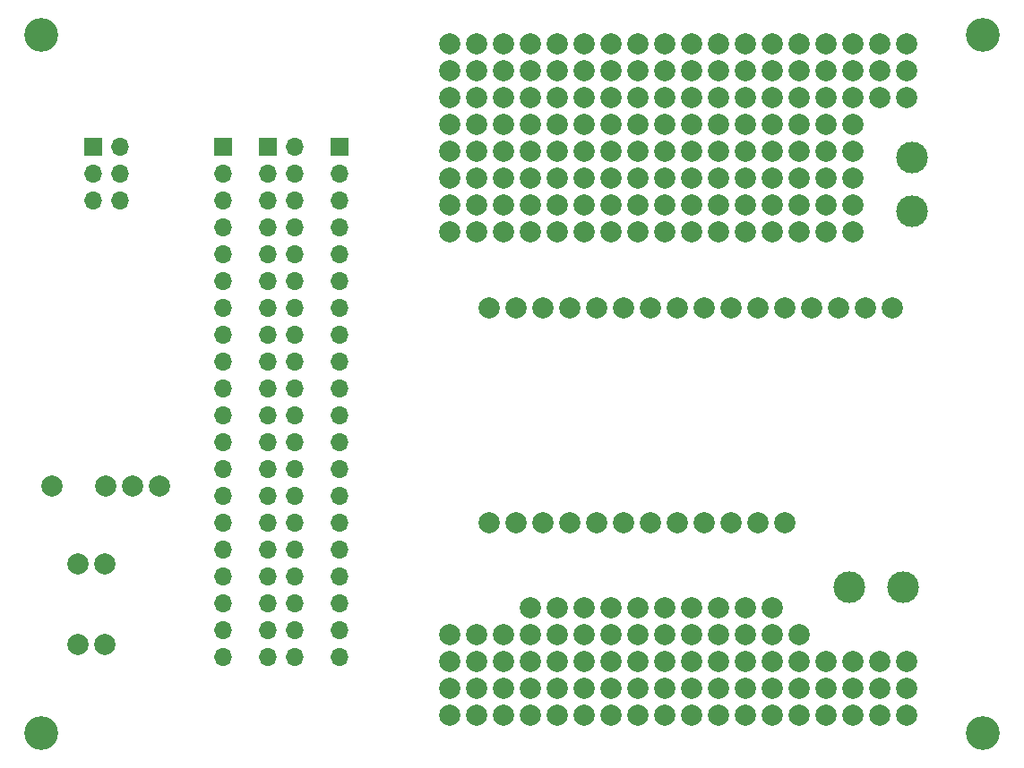
<source format=gbr>
%TF.GenerationSoftware,KiCad,Pcbnew,(6.0.10)*%
%TF.CreationDate,2023-06-02T17:33:45+09:00*%
%TF.ProjectId,extension_circuit_board,65787465-6e73-4696-9f6e-5f6369726375,rev?*%
%TF.SameCoordinates,Original*%
%TF.FileFunction,Soldermask,Top*%
%TF.FilePolarity,Negative*%
%FSLAX46Y46*%
G04 Gerber Fmt 4.6, Leading zero omitted, Abs format (unit mm)*
G04 Created by KiCad (PCBNEW (6.0.10)) date 2023-06-02 17:33:45*
%MOMM*%
%LPD*%
G01*
G04 APERTURE LIST*
%ADD10C,2.000000*%
%ADD11C,3.200000*%
%ADD12R,1.700000X1.700000*%
%ADD13O,1.700000X1.700000*%
%ADD14C,3.000000*%
G04 APERTURE END LIST*
D10*
%TO.C,*%
X203200000Y-53340000D03*
%TD*%
%TO.C,*%
X200660000Y-114300000D03*
%TD*%
%TO.C,*%
X190500000Y-106680000D03*
%TD*%
%TO.C,*%
X187960000Y-111760000D03*
%TD*%
%TO.C,*%
X172720000Y-106680000D03*
%TD*%
%TO.C,*%
X177800000Y-58420000D03*
%TD*%
%TO.C,*%
X190500000Y-109220000D03*
%TD*%
%TO.C,*%
X182880000Y-111760000D03*
%TD*%
%TO.C,*%
X182880000Y-58420000D03*
%TD*%
%TO.C,*%
X170180000Y-60960000D03*
%TD*%
%TO.C,*%
X172720000Y-63500000D03*
%TD*%
%TO.C,*%
X165100000Y-63500000D03*
%TD*%
%TO.C,*%
X198120000Y-114300000D03*
%TD*%
%TO.C,*%
X175260000Y-50800000D03*
%TD*%
%TO.C,*%
X187960000Y-60960000D03*
%TD*%
%TO.C,*%
X182880000Y-109220000D03*
%TD*%
D11*
%TO.C,REF\u002A\u002A*%
X213000000Y-50000000D03*
%TD*%
D10*
%TO.C,*%
X172720000Y-66040000D03*
%TD*%
%TO.C,*%
X180340000Y-53340000D03*
%TD*%
%TO.C,*%
X203200000Y-111760000D03*
%TD*%
%TO.C,*%
X187960000Y-104140000D03*
%TD*%
%TO.C,*%
X187960000Y-68580000D03*
%TD*%
%TO.C,*%
X170180000Y-114300000D03*
%TD*%
%TO.C,*%
X177800000Y-104140000D03*
%TD*%
%TO.C,*%
X198120000Y-60960000D03*
%TD*%
%TO.C,*%
X162560000Y-114300000D03*
%TD*%
%TO.C,*%
X177800000Y-60960000D03*
%TD*%
%TO.C,*%
X175260000Y-53340000D03*
%TD*%
%TO.C,*%
X180340000Y-63500000D03*
%TD*%
%TO.C,*%
X190500000Y-60960000D03*
%TD*%
%TO.C,*%
X162560000Y-55880000D03*
%TD*%
%TO.C,*%
X172720000Y-55880000D03*
%TD*%
%TO.C,*%
X187960000Y-109220000D03*
%TD*%
D12*
%TO.C,J8*%
X152200000Y-60600000D03*
D13*
X152200000Y-63140000D03*
X152200000Y-65680000D03*
X152200000Y-68220000D03*
X152200000Y-70760000D03*
X152200000Y-73300000D03*
X152200000Y-75840000D03*
X152200000Y-78380000D03*
X152200000Y-80920000D03*
X152200000Y-83460000D03*
X152200000Y-86000000D03*
X152200000Y-88540000D03*
X152200000Y-91080000D03*
X152200000Y-93620000D03*
X152200000Y-96160000D03*
X152200000Y-98700000D03*
X152200000Y-101240000D03*
X152200000Y-103780000D03*
X152200000Y-106320000D03*
X152200000Y-108860000D03*
%TD*%
D10*
%TO.C,*%
X203200000Y-50800000D03*
%TD*%
%TO.C,*%
X170180000Y-68580000D03*
%TD*%
D12*
%TO.C,J3*%
X128925000Y-60600000D03*
D13*
X131465000Y-60600000D03*
X128925000Y-63140000D03*
X131465000Y-63140000D03*
X128925000Y-65680000D03*
X131465000Y-65680000D03*
%TD*%
D10*
%TO.C,*%
X170180000Y-58420000D03*
%TD*%
%TO.C,*%
X175260000Y-111760000D03*
%TD*%
%TO.C,*%
X167640000Y-50800000D03*
%TD*%
%TO.C,*%
X193040000Y-114300000D03*
%TD*%
%TO.C,*%
X165100000Y-114300000D03*
%TD*%
%TO.C,*%
X185420000Y-55880000D03*
%TD*%
%TO.C,*%
X172720000Y-109220000D03*
%TD*%
%TO.C,*%
X198120000Y-63500000D03*
%TD*%
%TO.C,*%
X170180000Y-109220000D03*
%TD*%
%TO.C,*%
X182880000Y-50800000D03*
%TD*%
%TO.C,*%
X195580000Y-50800000D03*
%TD*%
%TO.C,*%
X200660000Y-111760000D03*
%TD*%
%TO.C,*%
X175260000Y-60960000D03*
%TD*%
%TO.C,*%
X165100000Y-106680000D03*
%TD*%
%TO.C,*%
X165100000Y-58420000D03*
%TD*%
%TO.C,*%
X193040000Y-55880000D03*
%TD*%
%TO.C,*%
X162560000Y-106680000D03*
%TD*%
%TO.C,*%
X167640000Y-106680000D03*
%TD*%
%TO.C,*%
X195580000Y-55880000D03*
%TD*%
%TO.C,*%
X180340000Y-68580000D03*
%TD*%
D11*
%TO.C,REF\u002A\u002A*%
X124000000Y-50000000D03*
%TD*%
D10*
%TO.C,*%
X185420000Y-58420000D03*
%TD*%
%TO.C,*%
X198120000Y-55880000D03*
%TD*%
%TO.C,*%
X180340000Y-114300000D03*
%TD*%
%TO.C,*%
X187960000Y-106680000D03*
%TD*%
%TO.C,*%
X198120000Y-111760000D03*
%TD*%
%TO.C,*%
X185420000Y-66040000D03*
%TD*%
%TO.C,*%
X203200000Y-55880000D03*
%TD*%
%TO.C,*%
X180340000Y-60960000D03*
%TD*%
%TO.C,*%
X172720000Y-104140000D03*
%TD*%
%TO.C,*%
X200660000Y-60960000D03*
%TD*%
%TO.C,*%
X175260000Y-68580000D03*
%TD*%
%TO.C,*%
X172720000Y-114300000D03*
%TD*%
%TO.C,*%
X185420000Y-111760000D03*
%TD*%
%TO.C,*%
X165100000Y-66040000D03*
%TD*%
%TO.C,*%
X170180000Y-63500000D03*
%TD*%
%TO.C,*%
X190500000Y-68580000D03*
%TD*%
%TO.C,*%
X167640000Y-60960000D03*
%TD*%
%TO.C,*%
X182880000Y-104140000D03*
%TD*%
%TO.C,*%
X170180000Y-55880000D03*
%TD*%
%TO.C,*%
X167640000Y-109220000D03*
%TD*%
%TO.C,*%
X162560000Y-68580000D03*
%TD*%
%TO.C,*%
X172720000Y-58420000D03*
%TD*%
%TO.C,*%
X172720000Y-111760000D03*
%TD*%
%TO.C,*%
X198120000Y-58420000D03*
%TD*%
%TO.C,*%
X162560000Y-60960000D03*
%TD*%
%TO.C,*%
X190500000Y-63500000D03*
%TD*%
%TO.C,*%
X205740000Y-53340000D03*
%TD*%
%TO.C,*%
X195580000Y-58420000D03*
%TD*%
%TO.C,*%
X180340000Y-58420000D03*
%TD*%
%TO.C,*%
X165100000Y-60960000D03*
%TD*%
%TO.C,*%
X190500000Y-58420000D03*
%TD*%
%TO.C,*%
X187960000Y-53340000D03*
%TD*%
%TO.C,*%
X187960000Y-66040000D03*
%TD*%
%TO.C,*%
X162560000Y-58420000D03*
%TD*%
%TO.C,*%
X175260000Y-109220000D03*
%TD*%
%TO.C,*%
X162560000Y-109220000D03*
%TD*%
%TO.C,*%
X193040000Y-63500000D03*
%TD*%
%TO.C,*%
X193040000Y-60960000D03*
%TD*%
%TO.C,*%
X185420000Y-106680000D03*
%TD*%
%TO.C,*%
X205740000Y-109220000D03*
%TD*%
%TO.C,*%
X175260000Y-106680000D03*
%TD*%
%TO.C,*%
X172720000Y-60960000D03*
%TD*%
%TO.C,*%
X165100000Y-111760000D03*
%TD*%
%TO.C,*%
X185420000Y-63500000D03*
%TD*%
%TO.C,*%
X162560000Y-66040000D03*
%TD*%
%TO.C,*%
X165100000Y-109220000D03*
%TD*%
%TO.C,*%
X167640000Y-53340000D03*
%TD*%
%TO.C,*%
X205740000Y-50800000D03*
%TD*%
%TO.C,*%
X175260000Y-66040000D03*
%TD*%
%TO.C,*%
X200660000Y-55880000D03*
%TD*%
%TO.C,*%
X205740000Y-111760000D03*
%TD*%
%TO.C,*%
X182880000Y-114300000D03*
%TD*%
%TO.C,*%
X187960000Y-63500000D03*
%TD*%
%TO.C,*%
X193040000Y-58420000D03*
%TD*%
%TO.C,*%
X177800000Y-111760000D03*
%TD*%
D14*
%TO.C,J6*%
X200320000Y-102200000D03*
X205400000Y-102200000D03*
%TD*%
D10*
%TO.C,*%
X187960000Y-114300000D03*
%TD*%
%TO.C,*%
X165100000Y-53340000D03*
%TD*%
%TO.C,*%
X170180000Y-106680000D03*
%TD*%
%TO.C,*%
X198120000Y-50800000D03*
%TD*%
%TO.C,*%
X198120000Y-66040000D03*
%TD*%
%TO.C,*%
X182880000Y-63500000D03*
%TD*%
%TO.C,*%
X190500000Y-111760000D03*
%TD*%
D11*
%TO.C,REF\u002A\u002A*%
X124000000Y-116000000D03*
%TD*%
D10*
%TO.C,*%
X195580000Y-68580000D03*
%TD*%
%TO.C,*%
X172720000Y-50800000D03*
%TD*%
%TO.C,*%
X180340000Y-55880000D03*
%TD*%
%TO.C,*%
X193040000Y-53340000D03*
%TD*%
%TO.C,*%
X167640000Y-55880000D03*
%TD*%
%TO.C,*%
X162560000Y-63500000D03*
%TD*%
%TO.C,*%
X190500000Y-104140000D03*
%TD*%
%TO.C,*%
X175260000Y-55880000D03*
%TD*%
%TO.C,*%
X200660000Y-109220000D03*
%TD*%
%TO.C,*%
X177800000Y-66040000D03*
%TD*%
%TO.C,*%
X177800000Y-68580000D03*
%TD*%
%TO.C,*%
X180340000Y-109220000D03*
%TD*%
%TO.C,*%
X203200000Y-109220000D03*
%TD*%
%TO.C,*%
X200660000Y-53340000D03*
%TD*%
%TO.C,*%
X195580000Y-114300000D03*
%TD*%
D12*
%TO.C,J7*%
X141200000Y-60600000D03*
D13*
X141200000Y-63140000D03*
X141200000Y-65680000D03*
X141200000Y-68220000D03*
X141200000Y-70760000D03*
X141200000Y-73300000D03*
X141200000Y-75840000D03*
X141200000Y-78380000D03*
X141200000Y-80920000D03*
X141200000Y-83460000D03*
X141200000Y-86000000D03*
X141200000Y-88540000D03*
X141200000Y-91080000D03*
X141200000Y-93620000D03*
X141200000Y-96160000D03*
X141200000Y-98700000D03*
X141200000Y-101240000D03*
X141200000Y-103780000D03*
X141200000Y-106320000D03*
X141200000Y-108860000D03*
%TD*%
D11*
%TO.C,REF\u002A\u002A*%
X213000000Y-116000000D03*
%TD*%
D10*
%TO.C,*%
X205740000Y-114300000D03*
%TD*%
%TO.C,*%
X198120000Y-109220000D03*
%TD*%
%TO.C,*%
X170180000Y-50800000D03*
%TD*%
%TO.C,*%
X167640000Y-68580000D03*
%TD*%
%TO.C,*%
X195580000Y-111760000D03*
%TD*%
%TO.C,*%
X177800000Y-50800000D03*
%TD*%
%TO.C,J4*%
X204415000Y-75840000D03*
X201875000Y-75840000D03*
X199335000Y-75840000D03*
X196795000Y-75840000D03*
X194255000Y-75840000D03*
X191715000Y-75840000D03*
X189175000Y-75840000D03*
X186635000Y-75840000D03*
X184095000Y-75840000D03*
X181555000Y-75840000D03*
X179015000Y-75840000D03*
X176475000Y-75840000D03*
X173935000Y-75840000D03*
X171395000Y-75840000D03*
X168855000Y-75840000D03*
X166315000Y-75840000D03*
X194255000Y-96160000D03*
X191715000Y-96160000D03*
X189175000Y-96160000D03*
X186635000Y-96160000D03*
X184095000Y-96160000D03*
X181555000Y-96160000D03*
X179015000Y-96160000D03*
X176475000Y-96160000D03*
X173935000Y-96160000D03*
X171395000Y-96160000D03*
X168855000Y-96160000D03*
X166315000Y-96160000D03*
%TD*%
%TO.C,*%
X195580000Y-106680000D03*
%TD*%
%TO.C,*%
X193040000Y-66040000D03*
%TD*%
%TO.C,*%
X203200000Y-114300000D03*
%TD*%
%TO.C,*%
X177800000Y-63500000D03*
%TD*%
%TO.C,*%
X182880000Y-53340000D03*
%TD*%
%TO.C,*%
X182880000Y-55880000D03*
%TD*%
%TO.C,*%
X165100000Y-55880000D03*
%TD*%
%TO.C,*%
X175260000Y-114300000D03*
%TD*%
%TO.C,*%
X198120000Y-68580000D03*
%TD*%
%TO.C,*%
X193040000Y-68580000D03*
%TD*%
%TO.C,*%
X185420000Y-104140000D03*
%TD*%
%TO.C,*%
X200660000Y-50800000D03*
%TD*%
%TO.C,*%
X170180000Y-66040000D03*
%TD*%
%TO.C,*%
X185420000Y-53340000D03*
%TD*%
%TO.C,*%
X190500000Y-66040000D03*
%TD*%
%TO.C,*%
X175260000Y-58420000D03*
%TD*%
%TO.C,*%
X205740000Y-55880000D03*
%TD*%
%TO.C,SW1*%
X130060000Y-92700000D03*
X132600000Y-92700000D03*
X135140000Y-92700000D03*
X124980000Y-92700000D03*
%TD*%
%TO.C,*%
X182880000Y-60960000D03*
%TD*%
%TO.C,*%
X190500000Y-53340000D03*
%TD*%
%TO.C,*%
X185420000Y-50800000D03*
%TD*%
%TO.C,*%
X180340000Y-104140000D03*
%TD*%
%TO.C,*%
X185420000Y-109220000D03*
%TD*%
%TO.C,*%
X200660000Y-63500000D03*
%TD*%
%TO.C,*%
X195580000Y-109220000D03*
%TD*%
%TO.C,*%
X167640000Y-114300000D03*
%TD*%
%TO.C,*%
X162560000Y-111760000D03*
%TD*%
%TO.C,*%
X193040000Y-104140000D03*
%TD*%
%TO.C,*%
X177800000Y-114300000D03*
%TD*%
%TO.C,*%
X162560000Y-53340000D03*
%TD*%
%TO.C,*%
X182880000Y-66040000D03*
%TD*%
%TO.C,*%
X195580000Y-60960000D03*
%TD*%
%TO.C,*%
X162560000Y-50800000D03*
%TD*%
%TO.C,*%
X200660000Y-68580000D03*
%TD*%
%TO.C,*%
X165100000Y-50800000D03*
%TD*%
%TO.C,*%
X182880000Y-106680000D03*
%TD*%
%TO.C,*%
X187960000Y-58420000D03*
%TD*%
%TO.C,*%
X185420000Y-60960000D03*
%TD*%
%TO.C,*%
X198120000Y-53340000D03*
%TD*%
%TO.C,*%
X185420000Y-68580000D03*
%TD*%
%TO.C,*%
X180340000Y-106680000D03*
%TD*%
%TO.C,*%
X180340000Y-50800000D03*
%TD*%
%TO.C,*%
X193040000Y-50800000D03*
%TD*%
%TO.C,*%
X190500000Y-50800000D03*
%TD*%
%TO.C,*%
X165100000Y-68580000D03*
%TD*%
%TO.C,*%
X182880000Y-68580000D03*
%TD*%
%TO.C,*%
X190500000Y-55880000D03*
%TD*%
%TO.C,*%
X167640000Y-66040000D03*
%TD*%
%TO.C,*%
X200660000Y-66040000D03*
%TD*%
%TO.C,*%
X177800000Y-55880000D03*
%TD*%
%TO.C,*%
X200660000Y-58420000D03*
%TD*%
%TO.C,*%
X167640000Y-111760000D03*
%TD*%
%TO.C,*%
X195580000Y-66040000D03*
%TD*%
%TO.C,*%
X170180000Y-53340000D03*
%TD*%
%TO.C,*%
X170180000Y-104140000D03*
%TD*%
%TO.C,*%
X180340000Y-111760000D03*
%TD*%
%TO.C,*%
X187960000Y-55880000D03*
%TD*%
%TO.C,*%
X180340000Y-66040000D03*
%TD*%
%TO.C,*%
X177800000Y-106680000D03*
%TD*%
%TO.C,*%
X167640000Y-58420000D03*
%TD*%
%TO.C,*%
X193040000Y-109220000D03*
%TD*%
%TO.C,*%
X185420000Y-114300000D03*
%TD*%
%TO.C,*%
X170180000Y-111760000D03*
%TD*%
%TO.C,*%
X177800000Y-53340000D03*
%TD*%
%TO.C,*%
X193040000Y-106680000D03*
%TD*%
%TO.C,*%
X175260000Y-63500000D03*
%TD*%
%TO.C,*%
X172720000Y-53340000D03*
%TD*%
%TO.C,*%
X167640000Y-63500000D03*
%TD*%
%TO.C,*%
X195580000Y-53340000D03*
%TD*%
%TO.C,*%
X190500000Y-114300000D03*
%TD*%
%TO.C,*%
X195580000Y-63500000D03*
%TD*%
%TO.C,*%
X175260000Y-104140000D03*
%TD*%
%TO.C,*%
X187960000Y-50800000D03*
%TD*%
D12*
%TO.C,J2*%
X145400000Y-60600000D03*
D13*
X147940000Y-60600000D03*
X145400000Y-63140000D03*
X147940000Y-63140000D03*
X145400000Y-65680000D03*
X147940000Y-65680000D03*
X145400000Y-68220000D03*
X147940000Y-68220000D03*
X145400000Y-70760000D03*
X147940000Y-70760000D03*
X145400000Y-73300000D03*
X147940000Y-73300000D03*
X145400000Y-75840000D03*
X147940000Y-75840000D03*
X145400000Y-78380000D03*
X147940000Y-78380000D03*
X145400000Y-80920000D03*
X147940000Y-80920000D03*
X145400000Y-83460000D03*
X147940000Y-83460000D03*
X145400000Y-86000000D03*
X147940000Y-86000000D03*
X145400000Y-88540000D03*
X147940000Y-88540000D03*
X145400000Y-91080000D03*
X147940000Y-91080000D03*
X145400000Y-93620000D03*
X147940000Y-93620000D03*
X145400000Y-96160000D03*
X147940000Y-96160000D03*
X145400000Y-98700000D03*
X147940000Y-98700000D03*
X145400000Y-101240000D03*
X147940000Y-101240000D03*
X145400000Y-103780000D03*
X147940000Y-103780000D03*
X145400000Y-106320000D03*
X147940000Y-106320000D03*
X145400000Y-108860000D03*
X147940000Y-108860000D03*
%TD*%
D14*
%TO.C,J5*%
X206300000Y-66680000D03*
X206300000Y-61600000D03*
%TD*%
D10*
%TO.C,*%
X177800000Y-109220000D03*
%TD*%
%TO.C,*%
X172720000Y-68580000D03*
%TD*%
%TO.C,*%
X193040000Y-111760000D03*
%TD*%
%TO.C,J1*%
X127500000Y-100000000D03*
X127500000Y-107620000D03*
X130040000Y-100000000D03*
X130040000Y-107620000D03*
%TD*%
M02*

</source>
